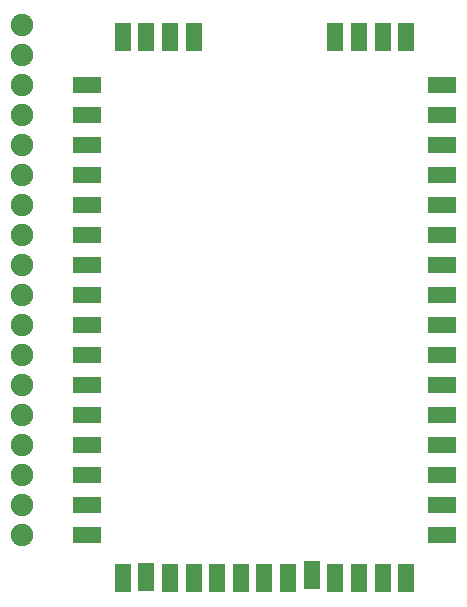
<source format=gbr>
G04 #@! TF.FileFunction,Soldermask,Top*
%FSLAX46Y46*%
G04 Gerber Fmt 4.6, Leading zero omitted, Abs format (unit mm)*
G04 Created by KiCad (PCBNEW 4.0.6-e0-6349~53~ubuntu14.04.1) date Mon Apr  3 13:55:31 2017*
%MOMM*%
%LPD*%
G01*
G04 APERTURE LIST*
%ADD10C,0.100000*%
%ADD11R,2.400000X1.400000*%
%ADD12R,1.400000X2.400000*%
%ADD13C,1.900000*%
G04 APERTURE END LIST*
D10*
D11*
X133500000Y-85950000D03*
X133500000Y-88490000D03*
X133500000Y-91030000D03*
X133500000Y-93570000D03*
X133500000Y-96110000D03*
X133500000Y-98650000D03*
X133500000Y-101190000D03*
X133500000Y-103730000D03*
X133500000Y-106270000D03*
X133500000Y-108810000D03*
X133500000Y-111350000D03*
X133500000Y-113890000D03*
X133500000Y-116430000D03*
X133500000Y-118970000D03*
X133500000Y-121510000D03*
X133500000Y-124050000D03*
D12*
X136500000Y-127750000D03*
X138500000Y-127650000D03*
X140500000Y-127750000D03*
X142500000Y-127750000D03*
X144500000Y-127750000D03*
X146500000Y-127750000D03*
X148500000Y-127750000D03*
X150500000Y-127750000D03*
X152500000Y-127500000D03*
X154500000Y-127750000D03*
X156500000Y-127750000D03*
X158500000Y-127750000D03*
X160500000Y-127750000D03*
D11*
X163500000Y-124050000D03*
X163500000Y-121510000D03*
X163500000Y-118970000D03*
X163500000Y-116430000D03*
X163500000Y-113890000D03*
X163500000Y-111350000D03*
X163500000Y-108810000D03*
X163500000Y-106270000D03*
X163500000Y-103730000D03*
X163500000Y-101190000D03*
X163500000Y-98650000D03*
X163500000Y-96110000D03*
X163500000Y-93570000D03*
X163500000Y-91030000D03*
X163500000Y-88490000D03*
X163500000Y-85950000D03*
D12*
X160500000Y-81950000D03*
X158500000Y-81950000D03*
X156500000Y-81950000D03*
X154500000Y-81950000D03*
X142500000Y-81950000D03*
X140500000Y-81950000D03*
X138500000Y-81950000D03*
X136500000Y-81950000D03*
D13*
X128000000Y-85990000D03*
X128000000Y-88530000D03*
X128000000Y-91070000D03*
X128000000Y-93610000D03*
X128000000Y-96150000D03*
X128000000Y-98690000D03*
X128000000Y-101230000D03*
X128000000Y-103770000D03*
X128000000Y-106310000D03*
X128000000Y-108850000D03*
X128000000Y-111390000D03*
X128000000Y-113930000D03*
X128000000Y-116470000D03*
X128000000Y-119010000D03*
X128000000Y-121550000D03*
X128000000Y-124090000D03*
X128000000Y-83450000D03*
X128000000Y-80910000D03*
M02*

</source>
